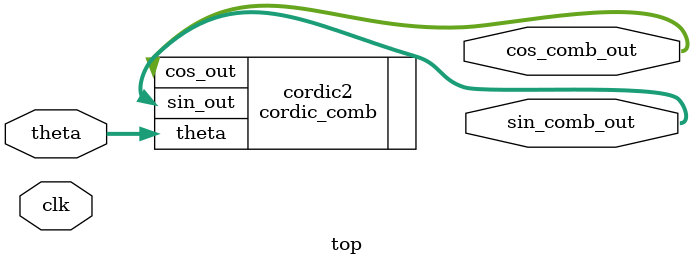
<source format=v>
module top (
    input wire clk,
    input wire signed [31:0] theta,
    output wire signed [31:0] cos_comb_out,
    output wire signed [31:0] sin_comb_out
);

    cordic_comb cordic2(.theta(theta),
                        .cos_out(cos_comb_out),
                        .sin_out(sin_comb_out));

endmodule

</source>
